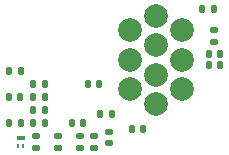
<source format=gbr>
%TF.GenerationSoftware,KiCad,Pcbnew,7.0.1*%
%TF.CreationDate,2024-01-02T21:49:50+00:00*%
%TF.ProjectId,rfid_module,72666964-5f6d-46f6-9475-6c652e6b6963,rev?*%
%TF.SameCoordinates,Original*%
%TF.FileFunction,Soldermask,Bot*%
%TF.FilePolarity,Negative*%
%FSLAX46Y46*%
G04 Gerber Fmt 4.6, Leading zero omitted, Abs format (unit mm)*
G04 Created by KiCad (PCBNEW 7.0.1) date 2024-01-02 21:49:50*
%MOMM*%
%LPD*%
G01*
G04 APERTURE LIST*
G04 Aperture macros list*
%AMRoundRect*
0 Rectangle with rounded corners*
0 $1 Rounding radius*
0 $2 $3 $4 $5 $6 $7 $8 $9 X,Y pos of 4 corners*
0 Add a 4 corners polygon primitive as box body*
4,1,4,$2,$3,$4,$5,$6,$7,$8,$9,$2,$3,0*
0 Add four circle primitives for the rounded corners*
1,1,$1+$1,$2,$3*
1,1,$1+$1,$4,$5*
1,1,$1+$1,$6,$7*
1,1,$1+$1,$8,$9*
0 Add four rect primitives between the rounded corners*
20,1,$1+$1,$2,$3,$4,$5,0*
20,1,$1+$1,$4,$5,$6,$7,0*
20,1,$1+$1,$6,$7,$8,$9,0*
20,1,$1+$1,$8,$9,$2,$3,0*%
G04 Aperture macros list end*
%ADD10RoundRect,0.135000X-0.135000X-0.185000X0.135000X-0.185000X0.135000X0.185000X-0.135000X0.185000X0*%
%ADD11RoundRect,0.135000X-0.185000X0.135000X-0.185000X-0.135000X0.185000X-0.135000X0.185000X0.135000X0*%
%ADD12RoundRect,0.140000X0.140000X0.170000X-0.140000X0.170000X-0.140000X-0.170000X0.140000X-0.170000X0*%
%ADD13RoundRect,0.140000X0.170000X-0.140000X0.170000X0.140000X-0.170000X0.140000X-0.170000X-0.140000X0*%
%ADD14RoundRect,0.135000X0.185000X-0.135000X0.185000X0.135000X-0.185000X0.135000X-0.185000X-0.135000X0*%
%ADD15RoundRect,0.140000X-0.170000X0.140000X-0.170000X-0.140000X0.170000X-0.140000X0.170000X0.140000X0*%
%ADD16RoundRect,0.135000X0.135000X0.185000X-0.135000X0.185000X-0.135000X-0.185000X0.135000X-0.185000X0*%
%ADD17R,0.250000X0.400000*%
%ADD18R,0.700000X0.400000*%
%ADD19RoundRect,0.140000X-0.140000X-0.170000X0.140000X-0.170000X0.140000X0.170000X-0.140000X0.170000X0*%
%ADD20C,2.000000*%
G04 APERTURE END LIST*
D10*
%TO.C,R214*%
X99190000Y-64700000D03*
X100210000Y-64700000D03*
%TD*%
%TO.C,R209*%
X99190000Y-62500000D03*
X100210000Y-62500000D03*
%TD*%
D11*
%TO.C,R218*%
X103100000Y-66890000D03*
X103100000Y-67910000D03*
%TD*%
D12*
%TO.C,C203*%
X104780000Y-62500000D03*
X103820000Y-62500000D03*
%TD*%
D13*
%TO.C,C213*%
X105600000Y-67480000D03*
X105600000Y-66520000D03*
%TD*%
D14*
%TO.C,R215*%
X99400000Y-67910000D03*
X99400000Y-66890000D03*
%TD*%
D15*
%TO.C,C210*%
X101300000Y-66920000D03*
X101300000Y-67880000D03*
%TD*%
D10*
%TO.C,R223*%
X104790000Y-65000000D03*
X105810000Y-65000000D03*
%TD*%
D16*
%TO.C,R216*%
X97090000Y-65800000D03*
X98110000Y-65800000D03*
%TD*%
D17*
%TO.C,Q204*%
X98325000Y-67750000D03*
X97875000Y-67750000D03*
D18*
X98100000Y-67050000D03*
%TD*%
D16*
%TO.C,R213*%
X100210000Y-65800000D03*
X99190000Y-65800000D03*
%TD*%
%TO.C,R210*%
X100210000Y-63600000D03*
X99190000Y-63600000D03*
%TD*%
D19*
%TO.C,C211*%
X107500000Y-66300000D03*
X108460000Y-66300000D03*
%TD*%
D10*
%TO.C,R504*%
X114510000Y-56100000D03*
X113490000Y-56100000D03*
%TD*%
%TO.C,R208*%
X97090000Y-61400000D03*
X98110000Y-61400000D03*
%TD*%
D11*
%TO.C,R220*%
X104300000Y-66890000D03*
X104300000Y-67910000D03*
%TD*%
D12*
%TO.C,C206*%
X98080000Y-63600000D03*
X97120000Y-63600000D03*
%TD*%
D19*
%TO.C,C212*%
X102420000Y-65800000D03*
X103380000Y-65800000D03*
%TD*%
D12*
%TO.C,C303*%
X114980000Y-60900000D03*
X114020000Y-60900000D03*
%TD*%
D20*
%TO.C,J401*%
X107375000Y-57935000D03*
X107375000Y-60435000D03*
X107375000Y-62935000D03*
X109575000Y-56685000D03*
X109575000Y-59185000D03*
X109575000Y-61685000D03*
X109575000Y-64185000D03*
X111775000Y-57935000D03*
X111775000Y-60435000D03*
X111775000Y-62935000D03*
%TD*%
D12*
%TO.C,C304*%
X114980000Y-59900000D03*
X114020000Y-59900000D03*
%TD*%
D11*
%TO.C,R402*%
X114500000Y-57890000D03*
X114500000Y-58910000D03*
%TD*%
M02*

</source>
